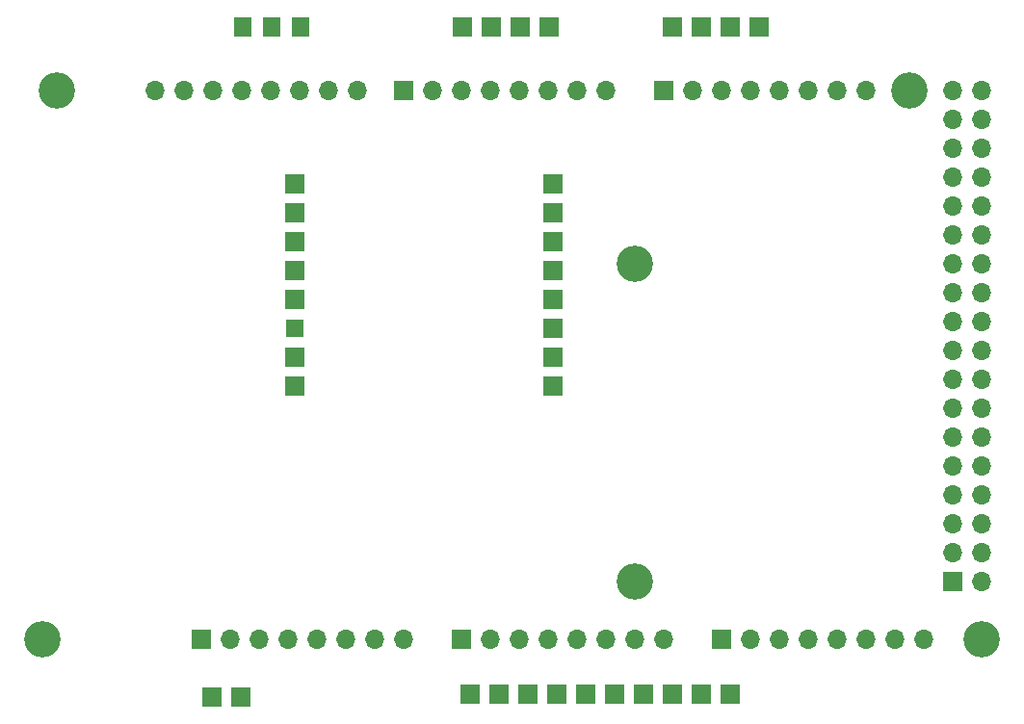
<source format=gbr>
%TF.GenerationSoftware,KiCad,Pcbnew,(6.0.7)*%
%TF.CreationDate,2022-09-07T14:49:01+09:00*%
%TF.ProjectId,jonseol2,6a6f6e73-656f-46c3-922e-6b696361645f,rev?*%
%TF.SameCoordinates,Original*%
%TF.FileFunction,Soldermask,Top*%
%TF.FilePolarity,Negative*%
%FSLAX46Y46*%
G04 Gerber Fmt 4.6, Leading zero omitted, Abs format (unit mm)*
G04 Created by KiCad (PCBNEW (6.0.7)) date 2022-09-07 14:49:01*
%MOMM*%
%LPD*%
G01*
G04 APERTURE LIST*
%ADD10R,1.700000X1.700000*%
%ADD11R,1.524000X1.700000*%
%ADD12O,1.700000X1.700000*%
%ADD13C,3.200000*%
%ADD14R,1.524000X1.524000*%
G04 APERTURE END LIST*
D10*
%TO.C,R1*%
X151562000Y-102286000D03*
X154102000Y-102286000D03*
X156642000Y-102286000D03*
X159182000Y-102286000D03*
X161722000Y-102286000D03*
X164262000Y-102286000D03*
X166802000Y-102286000D03*
X169342000Y-102286000D03*
X171882000Y-102286000D03*
X174422000Y-102286000D03*
%TD*%
%TO.C,Display1*%
X169285000Y-43644000D03*
X171825000Y-43644000D03*
X174365000Y-43644000D03*
X176905000Y-43644000D03*
%TD*%
%TO.C,U1*%
X150895000Y-43644000D03*
X153435000Y-43644000D03*
X155975000Y-43644000D03*
X158515000Y-43644000D03*
%TD*%
D11*
%TO.C,B1*%
X131555000Y-43644000D03*
X134095000Y-43644000D03*
X136635000Y-43644000D03*
%TD*%
D10*
%TO.C,J4*%
X193980000Y-92380000D03*
D12*
X196520000Y-92380000D03*
X193980000Y-89840000D03*
X196520000Y-89840000D03*
X193980000Y-87300000D03*
X196520000Y-87300000D03*
X193980000Y-84760000D03*
X196520000Y-84760000D03*
X193980000Y-82220000D03*
X196520000Y-82220000D03*
X193980000Y-79680000D03*
X196520000Y-79680000D03*
X193980000Y-77140000D03*
X196520000Y-77140000D03*
X193980000Y-74600000D03*
X196520000Y-74600000D03*
X193980000Y-72060000D03*
X196520000Y-72060000D03*
X193980000Y-69520000D03*
X196520000Y-69520000D03*
X193980000Y-66980000D03*
X196520000Y-66980000D03*
X193980000Y-64440000D03*
X196520000Y-64440000D03*
X193980000Y-61900000D03*
X196520000Y-61900000D03*
X193980000Y-59360000D03*
X196520000Y-59360000D03*
X193980000Y-56820000D03*
X196520000Y-56820000D03*
X193980000Y-54280000D03*
X196520000Y-54280000D03*
X193980000Y-51740000D03*
X196520000Y-51740000D03*
X193980000Y-49200000D03*
X196520000Y-49200000D03*
%TD*%
D10*
%TO.C,J1*%
X127940000Y-97460000D03*
D12*
X130480000Y-97460000D03*
X133020000Y-97460000D03*
X135560000Y-97460000D03*
X138100000Y-97460000D03*
X140640000Y-97460000D03*
X143180000Y-97460000D03*
X145720000Y-97460000D03*
%TD*%
D10*
%TO.C,J2*%
X150800000Y-97460000D03*
D12*
X153340000Y-97460000D03*
X155880000Y-97460000D03*
X158420000Y-97460000D03*
X160960000Y-97460000D03*
X163500000Y-97460000D03*
X166040000Y-97460000D03*
X168580000Y-97460000D03*
%TD*%
D10*
%TO.C,J3*%
X173660000Y-97460000D03*
D12*
X176200000Y-97460000D03*
X178740000Y-97460000D03*
X181280000Y-97460000D03*
X183820000Y-97460000D03*
X186360000Y-97460000D03*
X188900000Y-97460000D03*
X191440000Y-97460000D03*
%TD*%
%TO.C,J5*%
X123876000Y-49200000D03*
X126416000Y-49200000D03*
X128956000Y-49200000D03*
X131496000Y-49200000D03*
X134036000Y-49200000D03*
X136576000Y-49200000D03*
X139116000Y-49200000D03*
X141656000Y-49200000D03*
%TD*%
D10*
%TO.C,J6*%
X145720000Y-49200000D03*
D12*
X148260000Y-49200000D03*
X150800000Y-49200000D03*
X153340000Y-49200000D03*
X155880000Y-49200000D03*
X158420000Y-49200000D03*
X160960000Y-49200000D03*
X163500000Y-49200000D03*
%TD*%
D10*
%TO.C,J7*%
X168580000Y-49200000D03*
D12*
X171120000Y-49200000D03*
X173660000Y-49200000D03*
X176200000Y-49200000D03*
X178740000Y-49200000D03*
X181280000Y-49200000D03*
X183820000Y-49200000D03*
X186360000Y-49200000D03*
%TD*%
D13*
%TO.C,MH6*%
X196520000Y-97460000D03*
%TD*%
%TO.C,MH1*%
X115240000Y-49200000D03*
%TD*%
D10*
%TO.C,*%
X128890000Y-102566000D03*
%TD*%
%TO.C,E1*%
X158815000Y-57475000D03*
X158815000Y-60015000D03*
X158815000Y-62555000D03*
X158815000Y-65095000D03*
X158815000Y-67635000D03*
X158815000Y-70175000D03*
X158815000Y-72715000D03*
X158815000Y-75255000D03*
X136175000Y-75255000D03*
X136175000Y-72715000D03*
D14*
X136175000Y-70175000D03*
D10*
X136175000Y-67635000D03*
X136175000Y-65095000D03*
X136175000Y-62555000D03*
X136175000Y-60015000D03*
X136175000Y-57475000D03*
%TD*%
D13*
%TO.C,MH2*%
X113970000Y-97460000D03*
%TD*%
%TO.C,MH3*%
X166040000Y-64440000D03*
%TD*%
D10*
%TO.C,*%
X131430000Y-102566000D03*
%TD*%
D13*
%TO.C,MH4*%
X166040000Y-92380000D03*
%TD*%
%TO.C,MH5*%
X190170000Y-49200000D03*
%TD*%
M02*

</source>
